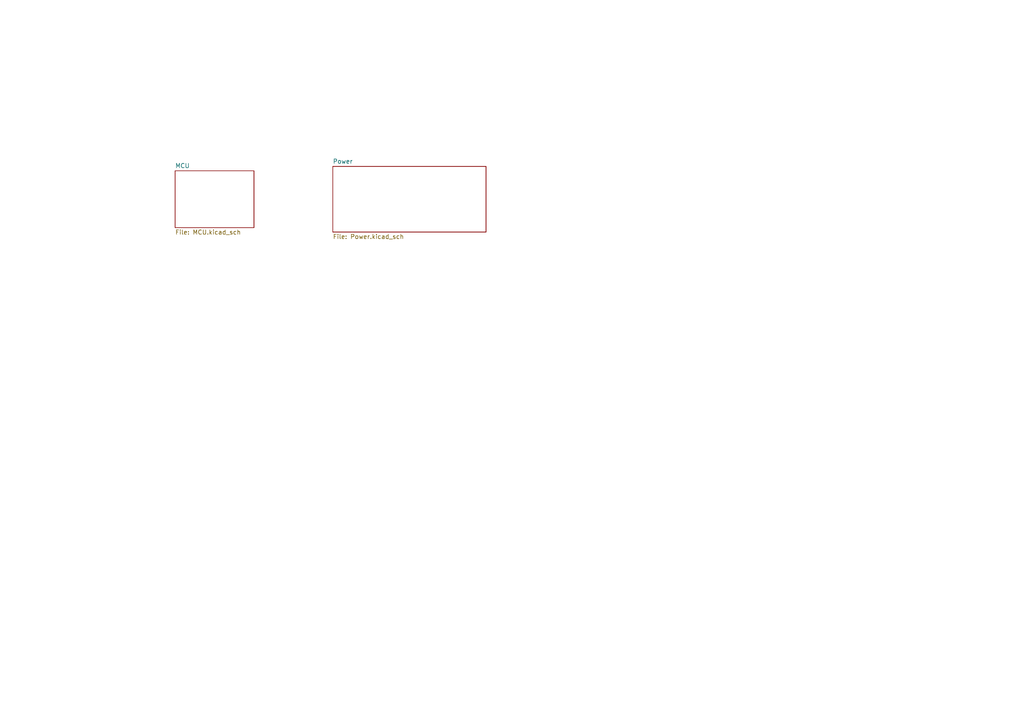
<source format=kicad_sch>
(kicad_sch
	(version 20250114)
	(generator "eeschema")
	(generator_version "9.0")
	(uuid "c3b9ff52-a8d6-450c-a11b-f6a6738b7917")
	(paper "A4")
	(lib_symbols)
	(sheet
		(at 96.52 48.26)
		(size 44.45 19.05)
		(exclude_from_sim no)
		(in_bom yes)
		(on_board yes)
		(dnp no)
		(fields_autoplaced yes)
		(stroke
			(width 0.1524)
			(type solid)
		)
		(fill
			(color 0 0 0 0.0000)
		)
		(uuid "8f44266c-164d-4080-a485-6c50fd5299b8")
		(property "Sheetname" "Power"
			(at 96.52 47.5484 0)
			(effects
				(font
					(size 1.27 1.27)
				)
				(justify left bottom)
			)
		)
		(property "Sheetfile" "Power.kicad_sch"
			(at 96.52 67.8946 0)
			(effects
				(font
					(size 1.27 1.27)
				)
				(justify left top)
			)
		)
		(instances
			(project "Diplom"
				(path "/c3b9ff52-a8d6-450c-a11b-f6a6738b7917"
					(page "3")
				)
			)
		)
	)
	(sheet
		(at 50.8 49.53)
		(size 22.86 16.51)
		(exclude_from_sim no)
		(in_bom yes)
		(on_board yes)
		(dnp no)
		(fields_autoplaced yes)
		(stroke
			(width 0.1524)
			(type solid)
		)
		(fill
			(color 0 0 0 0.0000)
		)
		(uuid "f19e7439-0709-4f6f-9ba2-8e4e7d5c3f4b")
		(property "Sheetname" "MCU"
			(at 50.8 48.8184 0)
			(effects
				(font
					(size 1.27 1.27)
				)
				(justify left bottom)
			)
		)
		(property "Sheetfile" "MCU.kicad_sch"
			(at 50.8 66.6246 0)
			(effects
				(font
					(size 1.27 1.27)
				)
				(justify left top)
			)
		)
		(instances
			(project "Diplom"
				(path "/c3b9ff52-a8d6-450c-a11b-f6a6738b7917"
					(page "2")
				)
			)
		)
	)
	(sheet_instances
		(path "/"
			(page "1")
		)
	)
	(embedded_fonts no)
)

</source>
